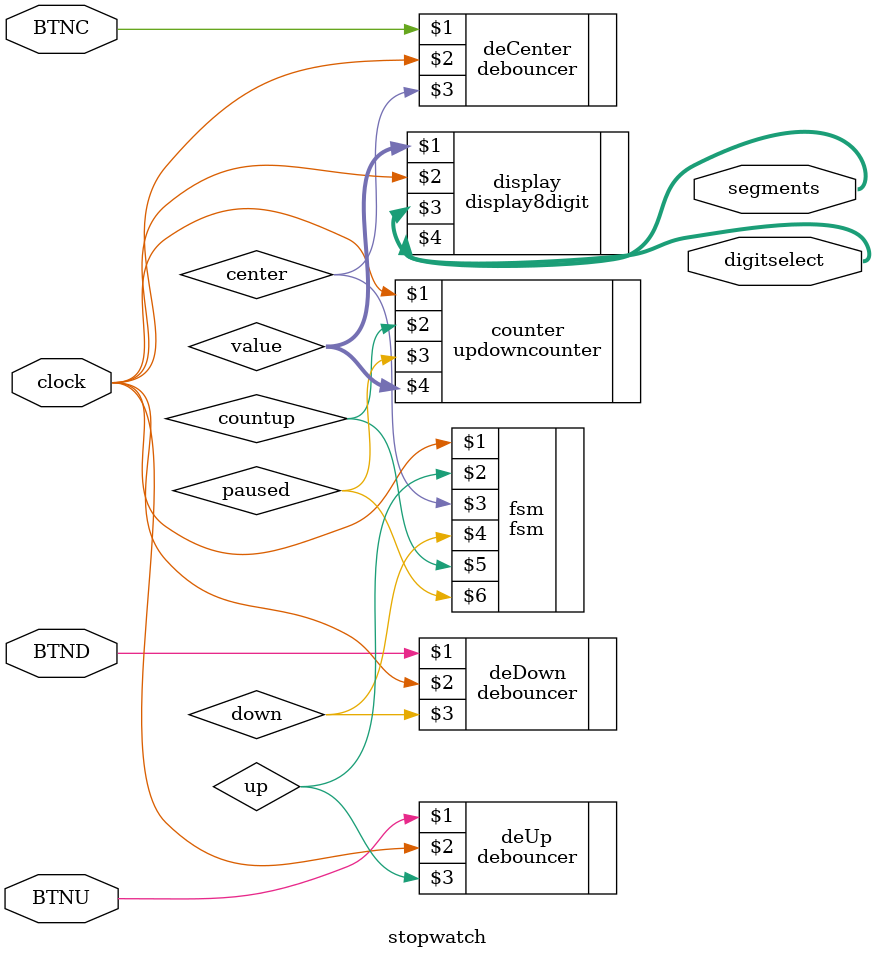
<source format=sv>
`timescale 1ns / 1ps
`default_nettype none

module stopwatch(
        input wire clock,
        input wire BTNU, BTNC, BTND,
        output wire [7:0] segments,
        output wire [7:0] digitselect
        );
        
        wire up, center, down;
        wire countup, paused;
        wire [31:0] value;
        
        debouncer deUp(BTNU, clock, up);
        
        debouncer deDown(BTND, clock, down);
                
        debouncer deCenter(BTNC, clock, center);
        
        fsm fsm(clock, up, center, down, countup, paused);
         
        updowncounter counter(clock, countup, paused, value);
         
        display8digit display(value, clock, segments, digitselect);
         
endmodule
</source>
